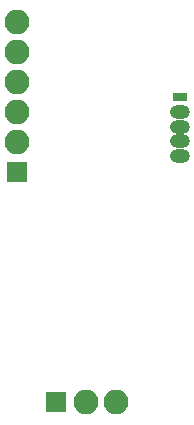
<source format=gbr>
G04 #@! TF.GenerationSoftware,KiCad,Pcbnew,5.0.0-rc2-be01b52~65~ubuntu17.10.1*
G04 #@! TF.CreationDate,2018-07-06T13:28:39-04:00*
G04 #@! TF.ProjectId,pmtcmini-h10770,706D74636D696E692D6831303737302E,rev?*
G04 #@! TF.SameCoordinates,Original*
G04 #@! TF.FileFunction,Soldermask,Bot*
G04 #@! TF.FilePolarity,Negative*
%FSLAX46Y46*%
G04 Gerber Fmt 4.6, Leading zero omitted, Abs format (unit mm)*
G04 Created by KiCad (PCBNEW 5.0.0-rc2-be01b52~65~ubuntu17.10.1) date Fri Jul  6 13:28:39 2018*
%MOMM*%
%LPD*%
G01*
G04 APERTURE LIST*
%ADD10O,2.100000X2.100000*%
%ADD11R,1.700000X1.700000*%
%ADD12O,1.700000X1.200000*%
%ADD13R,1.300000X0.800000*%
G04 APERTURE END LIST*
D10*
G04 #@! TO.C,J4*
X127680000Y-64156000D03*
X127680000Y-61616000D03*
X127680000Y-69236000D03*
D11*
X127680000Y-71776000D03*
D10*
X127680000Y-66696000D03*
X127680000Y-59076000D03*
G04 #@! TD*
D12*
G04 #@! TO.C,J2*
X141450000Y-70450000D03*
X141450000Y-69200000D03*
X141450000Y-67950000D03*
X141450000Y-66700000D03*
D13*
X141450000Y-65450000D03*
G04 #@! TD*
D10*
G04 #@! TO.C,J1*
X136030000Y-91300000D03*
X133490000Y-91300000D03*
D11*
X130950000Y-91300000D03*
G04 #@! TD*
M02*

</source>
